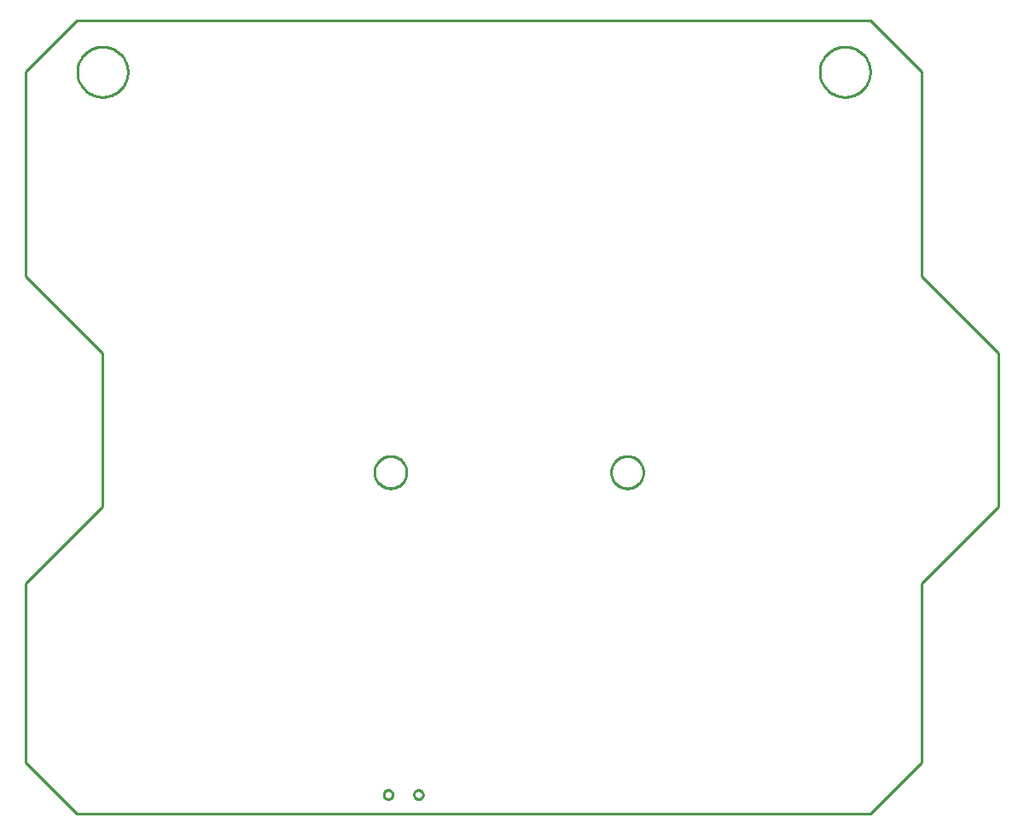
<source format=gbr>
G04 EAGLE Gerber RS-274X export*
G75*
%MOMM*%
%FSLAX34Y34*%
%LPD*%
%IN*%
%IPPOS*%
%AMOC8*
5,1,8,0,0,1.08239X$1,22.5*%
G01*
%ADD10C,0.254000*%


D10*
X0Y50800D02*
X50800Y0D01*
X838200Y0D01*
X889000Y50800D01*
X889000Y228600D01*
X965200Y304800D01*
X965200Y457200D01*
X889000Y533400D01*
X889000Y736600D01*
X838200Y787400D01*
X50800Y787400D01*
X0Y736600D01*
X0Y533400D01*
X76200Y457200D01*
X76200Y304800D01*
X0Y228600D01*
X0Y50800D01*
X101200Y735899D02*
X101121Y734498D01*
X100964Y733104D01*
X100729Y731721D01*
X100417Y730353D01*
X100029Y729005D01*
X99565Y727681D01*
X99029Y726385D01*
X98420Y725121D01*
X97741Y723893D01*
X96995Y722705D01*
X96183Y721561D01*
X95308Y720464D01*
X94374Y719418D01*
X93382Y718426D01*
X92336Y717492D01*
X91239Y716617D01*
X90095Y715805D01*
X88907Y715059D01*
X87679Y714380D01*
X86415Y713771D01*
X85119Y713235D01*
X83795Y712771D01*
X82447Y712383D01*
X81079Y712071D01*
X79696Y711836D01*
X78302Y711679D01*
X76901Y711600D01*
X75499Y711600D01*
X74098Y711679D01*
X72704Y711836D01*
X71321Y712071D01*
X69953Y712383D01*
X68605Y712771D01*
X67281Y713235D01*
X65985Y713771D01*
X64721Y714380D01*
X63493Y715059D01*
X62305Y715805D01*
X61161Y716617D01*
X60064Y717492D01*
X59018Y718426D01*
X58026Y719418D01*
X57092Y720464D01*
X56217Y721561D01*
X55405Y722705D01*
X54659Y723893D01*
X53980Y725121D01*
X53371Y726385D01*
X52835Y727681D01*
X52371Y729005D01*
X51983Y730353D01*
X51671Y731721D01*
X51436Y733104D01*
X51279Y734498D01*
X51200Y735899D01*
X51200Y737301D01*
X51279Y738702D01*
X51436Y740096D01*
X51671Y741479D01*
X51983Y742847D01*
X52371Y744195D01*
X52835Y745519D01*
X53371Y746815D01*
X53980Y748079D01*
X54659Y749307D01*
X55405Y750495D01*
X56217Y751639D01*
X57092Y752736D01*
X58026Y753782D01*
X59018Y754774D01*
X60064Y755708D01*
X61161Y756583D01*
X62305Y757395D01*
X63493Y758141D01*
X64721Y758820D01*
X65985Y759429D01*
X67281Y759965D01*
X68605Y760429D01*
X69953Y760817D01*
X71321Y761129D01*
X72704Y761364D01*
X74098Y761521D01*
X75499Y761600D01*
X76901Y761600D01*
X78302Y761521D01*
X79696Y761364D01*
X81079Y761129D01*
X82447Y760817D01*
X83795Y760429D01*
X85119Y759965D01*
X86415Y759429D01*
X87679Y758820D01*
X88907Y758141D01*
X90095Y757395D01*
X91239Y756583D01*
X92336Y755708D01*
X93382Y754774D01*
X94374Y753782D01*
X95308Y752736D01*
X96183Y751639D01*
X96995Y750495D01*
X97741Y749307D01*
X98420Y748079D01*
X99029Y746815D01*
X99565Y745519D01*
X100029Y744195D01*
X100417Y742847D01*
X100729Y741479D01*
X100964Y740096D01*
X101121Y738702D01*
X101200Y737301D01*
X101200Y735899D01*
X837800Y735899D02*
X837721Y734498D01*
X837564Y733104D01*
X837329Y731721D01*
X837017Y730353D01*
X836629Y729005D01*
X836165Y727681D01*
X835629Y726385D01*
X835020Y725121D01*
X834341Y723893D01*
X833595Y722705D01*
X832783Y721561D01*
X831908Y720464D01*
X830974Y719418D01*
X829982Y718426D01*
X828936Y717492D01*
X827839Y716617D01*
X826695Y715805D01*
X825507Y715059D01*
X824279Y714380D01*
X823015Y713771D01*
X821719Y713235D01*
X820395Y712771D01*
X819047Y712383D01*
X817679Y712071D01*
X816296Y711836D01*
X814902Y711679D01*
X813501Y711600D01*
X812099Y711600D01*
X810698Y711679D01*
X809304Y711836D01*
X807921Y712071D01*
X806553Y712383D01*
X805205Y712771D01*
X803881Y713235D01*
X802585Y713771D01*
X801321Y714380D01*
X800093Y715059D01*
X798905Y715805D01*
X797761Y716617D01*
X796664Y717492D01*
X795618Y718426D01*
X794626Y719418D01*
X793692Y720464D01*
X792817Y721561D01*
X792005Y722705D01*
X791259Y723893D01*
X790580Y725121D01*
X789971Y726385D01*
X789435Y727681D01*
X788971Y729005D01*
X788583Y730353D01*
X788271Y731721D01*
X788036Y733104D01*
X787879Y734498D01*
X787800Y735899D01*
X787800Y737301D01*
X787879Y738702D01*
X788036Y740096D01*
X788271Y741479D01*
X788583Y742847D01*
X788971Y744195D01*
X789435Y745519D01*
X789971Y746815D01*
X790580Y748079D01*
X791259Y749307D01*
X792005Y750495D01*
X792817Y751639D01*
X793692Y752736D01*
X794626Y753782D01*
X795618Y754774D01*
X796664Y755708D01*
X797761Y756583D01*
X798905Y757395D01*
X800093Y758141D01*
X801321Y758820D01*
X802585Y759429D01*
X803881Y759965D01*
X805205Y760429D01*
X806553Y760817D01*
X807921Y761129D01*
X809304Y761364D01*
X810698Y761521D01*
X812099Y761600D01*
X813501Y761600D01*
X814902Y761521D01*
X816296Y761364D01*
X817679Y761129D01*
X819047Y760817D01*
X820395Y760429D01*
X821719Y759965D01*
X823015Y759429D01*
X824279Y758820D01*
X825507Y758141D01*
X826695Y757395D01*
X827839Y756583D01*
X828936Y755708D01*
X829982Y754774D01*
X830974Y753782D01*
X831908Y752736D01*
X832783Y751639D01*
X833595Y750495D01*
X834341Y749307D01*
X835020Y748079D01*
X835629Y746815D01*
X836165Y745519D01*
X836629Y744195D01*
X837017Y742847D01*
X837329Y741479D01*
X837564Y740096D01*
X837721Y738702D01*
X837800Y737301D01*
X837800Y735899D01*
X359959Y23550D02*
X360544Y23473D01*
X361114Y23320D01*
X361659Y23095D01*
X362169Y22800D01*
X362637Y22441D01*
X363055Y22023D01*
X363414Y21555D01*
X363709Y21045D01*
X363934Y20500D01*
X364087Y19930D01*
X364164Y19345D01*
X364164Y18755D01*
X364087Y18170D01*
X363934Y17600D01*
X363709Y17055D01*
X363414Y16545D01*
X363055Y16077D01*
X362637Y15659D01*
X362169Y15300D01*
X361659Y15005D01*
X361114Y14780D01*
X360544Y14627D01*
X359959Y14550D01*
X359369Y14550D01*
X358784Y14627D01*
X358214Y14780D01*
X357669Y15005D01*
X357159Y15300D01*
X356691Y15659D01*
X356273Y16077D01*
X355914Y16545D01*
X355619Y17055D01*
X355394Y17600D01*
X355241Y18170D01*
X355164Y18755D01*
X355164Y19345D01*
X355241Y19930D01*
X355394Y20500D01*
X355619Y21045D01*
X355914Y21555D01*
X356273Y22023D01*
X356691Y22441D01*
X357159Y22800D01*
X357669Y23095D01*
X358214Y23320D01*
X358784Y23473D01*
X359369Y23550D01*
X359959Y23550D01*
X389931Y23550D02*
X390516Y23473D01*
X391086Y23320D01*
X391631Y23095D01*
X392141Y22800D01*
X392609Y22441D01*
X393027Y22023D01*
X393386Y21555D01*
X393681Y21045D01*
X393906Y20500D01*
X394059Y19930D01*
X394136Y19345D01*
X394136Y18755D01*
X394059Y18170D01*
X393906Y17600D01*
X393681Y17055D01*
X393386Y16545D01*
X393027Y16077D01*
X392609Y15659D01*
X392141Y15300D01*
X391631Y15005D01*
X391086Y14780D01*
X390516Y14627D01*
X389931Y14550D01*
X389341Y14550D01*
X388756Y14627D01*
X388186Y14780D01*
X387641Y15005D01*
X387131Y15300D01*
X386663Y15659D01*
X386245Y16077D01*
X385886Y16545D01*
X385591Y17055D01*
X385366Y17600D01*
X385213Y18170D01*
X385136Y18755D01*
X385136Y19345D01*
X385213Y19930D01*
X385366Y20500D01*
X385591Y21045D01*
X385886Y21555D01*
X386245Y22023D01*
X386663Y22441D01*
X387131Y22800D01*
X387641Y23095D01*
X388186Y23320D01*
X388756Y23473D01*
X389341Y23550D01*
X389931Y23550D01*
X580900Y338566D02*
X580969Y337521D01*
X581105Y336482D01*
X581310Y335455D01*
X581581Y334443D01*
X581917Y333451D01*
X582318Y332483D01*
X582782Y331544D01*
X583306Y330636D01*
X583888Y329765D01*
X584525Y328934D01*
X585216Y328147D01*
X585957Y327406D01*
X586744Y326715D01*
X587575Y326078D01*
X588446Y325496D01*
X589354Y324972D01*
X590293Y324508D01*
X591261Y324107D01*
X592253Y323771D01*
X593265Y323500D01*
X594292Y323295D01*
X595331Y323159D01*
X596376Y323090D01*
X597424Y323090D01*
X598469Y323159D01*
X599508Y323295D01*
X600535Y323500D01*
X601547Y323771D01*
X602539Y324107D01*
X603507Y324508D01*
X604446Y324972D01*
X605354Y325496D01*
X606225Y326078D01*
X607056Y326715D01*
X607843Y327406D01*
X608584Y328147D01*
X609275Y328934D01*
X609913Y329765D01*
X610495Y330636D01*
X611018Y331544D01*
X611482Y332483D01*
X611883Y333451D01*
X612219Y334443D01*
X612490Y335455D01*
X612695Y336482D01*
X612832Y337521D01*
X612900Y338566D01*
X612900Y339614D01*
X612832Y340659D01*
X612695Y341698D01*
X612490Y342725D01*
X612219Y343737D01*
X611883Y344729D01*
X611482Y345697D01*
X611018Y346636D01*
X610495Y347544D01*
X609913Y348415D01*
X609275Y349246D01*
X608584Y350033D01*
X607843Y350774D01*
X607056Y351465D01*
X606225Y352103D01*
X605354Y352685D01*
X604446Y353208D01*
X603507Y353672D01*
X602539Y354073D01*
X601547Y354409D01*
X600535Y354680D01*
X599508Y354885D01*
X598469Y355022D01*
X597424Y355090D01*
X596376Y355090D01*
X595331Y355022D01*
X594292Y354885D01*
X593265Y354680D01*
X592253Y354409D01*
X591261Y354073D01*
X590293Y353672D01*
X589354Y353208D01*
X588446Y352685D01*
X587575Y352103D01*
X586744Y351465D01*
X585957Y350774D01*
X585216Y350033D01*
X584525Y349246D01*
X583888Y348415D01*
X583306Y347544D01*
X582782Y346636D01*
X582318Y345697D01*
X581917Y344729D01*
X581581Y343737D01*
X581310Y342725D01*
X581105Y341698D01*
X580969Y340659D01*
X580900Y339614D01*
X580900Y338566D01*
X345950Y338566D02*
X346019Y337521D01*
X346155Y336482D01*
X346360Y335455D01*
X346631Y334443D01*
X346967Y333451D01*
X347368Y332483D01*
X347832Y331544D01*
X348356Y330636D01*
X348938Y329765D01*
X349575Y328934D01*
X350266Y328147D01*
X351007Y327406D01*
X351794Y326715D01*
X352625Y326078D01*
X353496Y325496D01*
X354404Y324972D01*
X355343Y324508D01*
X356311Y324107D01*
X357303Y323771D01*
X358315Y323500D01*
X359342Y323295D01*
X360381Y323159D01*
X361426Y323090D01*
X362474Y323090D01*
X363519Y323159D01*
X364558Y323295D01*
X365585Y323500D01*
X366597Y323771D01*
X367589Y324107D01*
X368557Y324508D01*
X369496Y324972D01*
X370404Y325496D01*
X371275Y326078D01*
X372106Y326715D01*
X372893Y327406D01*
X373634Y328147D01*
X374325Y328934D01*
X374963Y329765D01*
X375545Y330636D01*
X376068Y331544D01*
X376532Y332483D01*
X376933Y333451D01*
X377269Y334443D01*
X377540Y335455D01*
X377745Y336482D01*
X377882Y337521D01*
X377950Y338566D01*
X377950Y339614D01*
X377882Y340659D01*
X377745Y341698D01*
X377540Y342725D01*
X377269Y343737D01*
X376933Y344729D01*
X376532Y345697D01*
X376068Y346636D01*
X375545Y347544D01*
X374963Y348415D01*
X374325Y349246D01*
X373634Y350033D01*
X372893Y350774D01*
X372106Y351465D01*
X371275Y352103D01*
X370404Y352685D01*
X369496Y353208D01*
X368557Y353672D01*
X367589Y354073D01*
X366597Y354409D01*
X365585Y354680D01*
X364558Y354885D01*
X363519Y355022D01*
X362474Y355090D01*
X361426Y355090D01*
X360381Y355022D01*
X359342Y354885D01*
X358315Y354680D01*
X357303Y354409D01*
X356311Y354073D01*
X355343Y353672D01*
X354404Y353208D01*
X353496Y352685D01*
X352625Y352103D01*
X351794Y351465D01*
X351007Y350774D01*
X350266Y350033D01*
X349575Y349246D01*
X348938Y348415D01*
X348356Y347544D01*
X347832Y346636D01*
X347368Y345697D01*
X346967Y344729D01*
X346631Y343737D01*
X346360Y342725D01*
X346155Y341698D01*
X346019Y340659D01*
X345950Y339614D01*
X345950Y338566D01*
M02*

</source>
